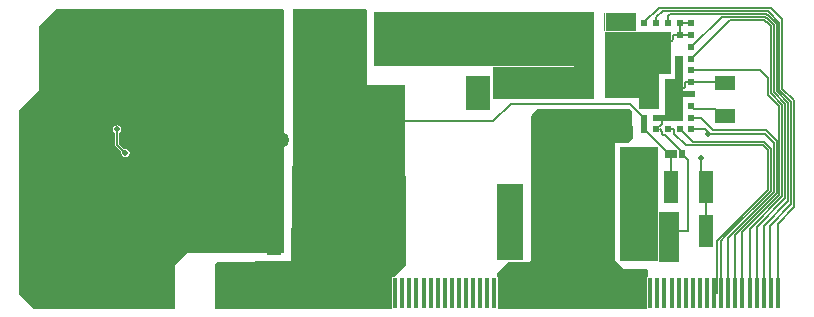
<source format=gbl>
G04 Layer_Physical_Order=2*
G04 Layer_Color=11436288*
%FSLAX24Y24*%
%MOIN*%
G70*
G01*
G75*
%ADD10R,0.0413X0.0276*%
%ADD11R,0.0205X0.0276*%
%ADD12R,0.0945X0.0945*%
%ADD13R,0.0787X0.1142*%
%ADD14R,0.0236X0.0236*%
%ADD15R,0.0236X0.0236*%
%ADD16R,0.0512X0.1063*%
%ADD17R,0.0157X0.0984*%
%ADD18R,0.0472X0.1063*%
%ADD19R,0.0709X0.0512*%
%ADD20C,0.0059*%
%ADD25R,0.1600X0.0800*%
%ADD26R,0.0650X0.2900*%
%ADD27R,0.2205X0.1417*%
%ADD28R,0.1043X0.0640*%
%ADD29R,0.0709X0.1309*%
%ADD30R,0.1122X0.2185*%
%ADD31R,0.0010X0.0630*%
%ADD32R,0.0236X0.0630*%
%ADD33R,0.1024X0.0236*%
%ADD34R,0.0630X0.1417*%
%ADD35R,0.0256X0.0837*%
%ADD36R,0.0659X0.0236*%
%ADD40C,0.0197*%
%ADD41C,0.0500*%
%ADD42R,0.3374X0.1113*%
%ADD43R,0.7321X0.1787*%
%ADD44R,0.1260X0.3839*%
%ADD45R,0.0709X0.1654*%
%ADD46R,0.0866X0.2559*%
G36*
X27263Y20132D02*
X27254Y19557D01*
Y18179D01*
Y17628D01*
X28484Y17618D01*
X28533D01*
X28543Y11604D01*
X28151Y11212D01*
X28077D01*
Y10167D01*
X22185D01*
Y11644D01*
X22274Y11732D01*
X24724Y11742D01*
Y11831D01*
X24793Y15945D01*
X24803Y20167D01*
X27228D01*
X27263Y20132D01*
D02*
G37*
G36*
X24488Y20118D02*
Y12024D01*
X24449Y12008D01*
X21260D01*
X20866Y11614D01*
Y10157D01*
X16142D01*
X15669Y10630D01*
Y16772D01*
X16339Y17441D01*
Y19606D01*
X16890Y20157D01*
X24449D01*
X24488Y20118D01*
D02*
G37*
G36*
X36010Y16817D02*
X36010D01*
X36083Y16744D01*
X36095Y16720D01*
X36103Y16694D01*
X36107Y15853D01*
X36088Y15811D01*
Y15811D01*
X35996Y15719D01*
X35972Y15707D01*
X35946Y15698D01*
X35542D01*
X35532Y15688D01*
Y11773D01*
X35828Y11477D01*
X36568Y11481D01*
X36610Y11462D01*
X36614Y11459D01*
X36626Y11435D01*
X36635Y11409D01*
X36635Y11248D01*
X36600Y11212D01*
X36581D01*
Y10201D01*
X36547Y10167D01*
X36523Y10155D01*
X36497Y10147D01*
X31668Y10143D01*
X31620Y10187D01*
Y11212D01*
X31580D01*
X31580Y11322D01*
X31599Y11364D01*
Y11364D01*
X31953Y11719D01*
X31953D01*
X31999Y11729D01*
X32441D01*
X32451Y11733D01*
X32676D01*
X32735Y11792D01*
X32731Y16598D01*
X32750Y16640D01*
Y16640D01*
X32921Y16811D01*
X32945Y16823D01*
X32971Y16832D01*
X35968Y16836D01*
X36010Y16817D01*
D02*
G37*
%LPC*%
G36*
X18927Y16282D02*
X18873Y16272D01*
X18828Y16241D01*
X18797Y16195D01*
X18787Y16142D01*
X18797Y16088D01*
X18828Y16042D01*
X18857Y16023D01*
Y15630D01*
X18862Y15603D01*
X18877Y15580D01*
X19069Y15389D01*
X19062Y15354D01*
X19073Y15301D01*
X19103Y15255D01*
X19149Y15225D01*
X19203Y15214D01*
X19257Y15225D01*
X19302Y15255D01*
X19333Y15301D01*
X19343Y15354D01*
X19333Y15408D01*
X19302Y15454D01*
X19257Y15484D01*
X19203Y15495D01*
X19168Y15488D01*
X18997Y15659D01*
Y16023D01*
X19027Y16042D01*
X19057Y16088D01*
X19068Y16142D01*
X19057Y16195D01*
X19027Y16241D01*
X18981Y16272D01*
X18927Y16282D01*
D02*
G37*
%LPD*%
D10*
X37382Y15325D02*
D03*
D11*
X37742D02*
D03*
D12*
X27953Y18898D02*
D03*
Y15906D02*
D03*
D13*
X30945Y17362D02*
D03*
D14*
X38071Y19685D02*
D03*
D15*
X37677D02*
D03*
X37283D02*
D03*
X36890D02*
D03*
X36496D02*
D03*
X36102D02*
D03*
X35709D02*
D03*
X35315D02*
D03*
X34528D02*
D03*
X38071Y19291D02*
D03*
X37677D02*
D03*
X37283D02*
D03*
X36890D02*
D03*
X36496D02*
D03*
X36102D02*
D03*
X35709D02*
D03*
X35315D02*
D03*
X34528D02*
D03*
X38071Y18898D02*
D03*
X37283D02*
D03*
X36890D02*
D03*
X36496D02*
D03*
X36102D02*
D03*
X35709D02*
D03*
X35315D02*
D03*
X34528D02*
D03*
X38071Y18504D02*
D03*
X37677D02*
D03*
X37283D02*
D03*
X36890D02*
D03*
X36496D02*
D03*
X36102D02*
D03*
X35709D02*
D03*
X35315D02*
D03*
X34528D02*
D03*
X38071Y18110D02*
D03*
X37677D02*
D03*
X37283D02*
D03*
X36890D02*
D03*
X36496D02*
D03*
X36102D02*
D03*
X35709D02*
D03*
X35315D02*
D03*
X34528D02*
D03*
X38071Y17717D02*
D03*
X37677D02*
D03*
X37283D02*
D03*
X36890D02*
D03*
X36496D02*
D03*
X36102D02*
D03*
X35709D02*
D03*
X35315D02*
D03*
X34528D02*
D03*
X38071Y17323D02*
D03*
X37677D02*
D03*
X37283D02*
D03*
X36890D02*
D03*
X36496D02*
D03*
X36102D02*
D03*
X35709D02*
D03*
X35315D02*
D03*
X34528D02*
D03*
X38071Y16929D02*
D03*
X37677D02*
D03*
X37283D02*
D03*
X36890D02*
D03*
X36496D02*
D03*
X38071Y16535D02*
D03*
X37677D02*
D03*
X37283D02*
D03*
X36890D02*
D03*
X36496D02*
D03*
X35709D02*
D03*
X35315D02*
D03*
X34921D02*
D03*
X34528D02*
D03*
X38071Y16142D02*
D03*
X37677D02*
D03*
X37283D02*
D03*
X36890D02*
D03*
X36496D02*
D03*
X35709D02*
D03*
X35315D02*
D03*
X34921D02*
D03*
X34528D02*
D03*
D16*
X34921Y15010D02*
D03*
X36024D02*
D03*
X36033Y13652D02*
D03*
X34931D02*
D03*
Y12313D02*
D03*
X36033D02*
D03*
X33287Y13750D02*
D03*
X32185D02*
D03*
X33258Y12362D02*
D03*
X32156D02*
D03*
X24232Y19232D02*
D03*
X25335D02*
D03*
X24203Y17884D02*
D03*
X25305D02*
D03*
X24193Y16545D02*
D03*
X25295D02*
D03*
X24183Y15236D02*
D03*
X25285D02*
D03*
X24173Y13858D02*
D03*
X25276D02*
D03*
X24163Y12480D02*
D03*
X25266D02*
D03*
D17*
X23264Y10681D02*
D03*
X23028D02*
D03*
X22792D02*
D03*
X22556D02*
D03*
X22319D02*
D03*
X24445D02*
D03*
X24209D02*
D03*
X23973D02*
D03*
X23737D02*
D03*
X23500D02*
D03*
X25626D02*
D03*
X25390D02*
D03*
X25154D02*
D03*
X24918D02*
D03*
X24681D02*
D03*
X40006D02*
D03*
X40243D02*
D03*
X40479D02*
D03*
X40715D02*
D03*
X40951D02*
D03*
X38825D02*
D03*
X39061D02*
D03*
X39298D02*
D03*
X39534D02*
D03*
X39770D02*
D03*
X37644D02*
D03*
X37880D02*
D03*
X38117D02*
D03*
X38353D02*
D03*
X38589D02*
D03*
X36463D02*
D03*
X36699D02*
D03*
X36935D02*
D03*
X37172D02*
D03*
X37408D02*
D03*
X35282D02*
D03*
X35518D02*
D03*
X35754D02*
D03*
X35991D02*
D03*
X36227D02*
D03*
X34101D02*
D03*
X34337D02*
D03*
X34573D02*
D03*
X34809D02*
D03*
X35046D02*
D03*
X32920D02*
D03*
X33156D02*
D03*
X33392D02*
D03*
X33628D02*
D03*
X33865D02*
D03*
X31739D02*
D03*
X31975D02*
D03*
X32211D02*
D03*
X32447D02*
D03*
X32683D02*
D03*
X30557D02*
D03*
X30794D02*
D03*
X31030D02*
D03*
X31266D02*
D03*
X31502D02*
D03*
X29376D02*
D03*
X29613D02*
D03*
X29849D02*
D03*
X30085D02*
D03*
X30321D02*
D03*
X28195D02*
D03*
X28431D02*
D03*
X28668D02*
D03*
X28904D02*
D03*
X29140D02*
D03*
X27014D02*
D03*
X27250D02*
D03*
X27487D02*
D03*
X27723D02*
D03*
X27959D02*
D03*
X25833D02*
D03*
X26069D02*
D03*
X26306D02*
D03*
X26542D02*
D03*
X26778D02*
D03*
X19790Y10651D02*
D03*
X20026D02*
D03*
X20262D02*
D03*
X20498D02*
D03*
X20735D02*
D03*
X18609D02*
D03*
X18845D02*
D03*
X19081D02*
D03*
X19317D02*
D03*
X19554D02*
D03*
X17428D02*
D03*
X17664D02*
D03*
X17900D02*
D03*
X18136D02*
D03*
X18372D02*
D03*
X17191D02*
D03*
X16955D02*
D03*
X16719D02*
D03*
X16483D02*
D03*
X16246D02*
D03*
D18*
X37402Y14213D02*
D03*
X38543D02*
D03*
X38553Y12756D02*
D03*
X37411D02*
D03*
D19*
X39203Y17687D02*
D03*
Y16585D02*
D03*
D20*
X38914Y12435D02*
X40610Y14131D01*
X38914Y10681D02*
Y12435D01*
X38825Y10681D02*
X38914D01*
X40610Y14131D02*
Y15451D01*
X40451Y15610D02*
X40610Y15451D01*
X37875Y15610D02*
X40451D01*
X40709Y14090D02*
Y15492D01*
X40807Y14049D02*
Y15707D01*
X40906Y14009D02*
Y15748D01*
X41004Y13968D02*
Y16909D01*
X41102Y13927D02*
Y16950D01*
X41201Y13858D02*
Y16991D01*
X41299Y13750D02*
Y17032D01*
X41398Y13642D02*
Y17072D01*
X41496Y13551D02*
Y17113D01*
X39199Y12581D02*
X40709Y14090D01*
X40492Y15709D02*
X40709Y15492D01*
X39298Y12540D02*
X40807Y14049D01*
X40530Y15984D02*
X40807Y15707D01*
X40541Y16112D02*
X40906Y15748D01*
X39534Y12637D02*
X40906Y14009D01*
X39770Y12734D02*
X41004Y13968D01*
X40610Y17303D02*
X41004Y16909D01*
X40006Y12831D02*
X41102Y13927D01*
X40709Y17344D02*
X41102Y16950D01*
X40243Y12900D02*
X41201Y13858D01*
X40807Y17385D02*
X41201Y16991D01*
X40479Y12930D02*
X41299Y13750D01*
X40906Y17425D02*
X41299Y17032D01*
X40695Y12939D02*
X41398Y13642D01*
X41004Y17466D02*
X41398Y17072D01*
X40951Y13007D02*
X41496Y13551D01*
X41102Y17507D02*
X41496Y17113D01*
X39061Y10681D02*
Y12437D01*
X39199Y12575D01*
Y12581D01*
X39298Y10681D02*
Y12540D01*
X38632Y15984D02*
X40530D01*
X37087Y16339D02*
Y16486D01*
X36890Y16142D02*
X37087Y16339D01*
X38376Y14380D02*
X38543Y14213D01*
X38376Y14380D02*
Y15197D01*
X38632Y15984D02*
Y16043D01*
X38533Y16142D02*
X38632Y16043D01*
X38799Y16112D02*
X40541D01*
X38376Y16535D02*
X38799Y16112D01*
X38071Y16535D02*
X38376D01*
X38071Y16142D02*
X38533D01*
X37490Y15995D02*
X37875Y15610D01*
X37490Y15995D02*
Y16142D01*
X37283D02*
X37490D01*
X37677D02*
X38110Y15709D01*
X40492D01*
X39534Y10681D02*
Y12637D01*
X39770Y10681D02*
Y12734D01*
X40610Y17303D02*
Y17860D01*
X40360Y18110D02*
X40610Y17860D01*
X38071Y18110D02*
X40360D01*
X38071Y16929D02*
X38169Y16831D01*
X38848D01*
X39114Y16565D01*
X38789Y17717D02*
X39262D01*
X18927Y15630D02*
X19203Y15354D01*
X18927Y15630D02*
Y16142D01*
X37244Y19094D02*
X37254Y19104D01*
X37430D01*
X37470Y19145D01*
Y19291D01*
X37677D01*
Y19685D01*
Y19291D02*
X38071D01*
X37677Y19685D02*
X38071D01*
X37490Y17570D02*
X37531Y17530D01*
X37824D01*
X37864Y17570D01*
Y17717D01*
X38071D01*
X38789D02*
X38789Y17717D01*
X38071Y17717D02*
X38789D01*
X37137Y15955D02*
X37194D01*
X37096Y15995D02*
X37137Y15955D01*
X37096Y15995D02*
Y16052D01*
X37007Y16142D02*
X37096Y16052D01*
X37194Y15955D02*
X37742Y15406D01*
X37402Y14213D02*
Y15305D01*
X37411Y12756D02*
X37943D01*
X37953Y12766D01*
Y15114D01*
X37742Y15325D02*
X37953Y15114D01*
X37742Y15325D02*
Y15406D01*
X36496Y16142D02*
X37313Y15325D01*
X37382D01*
X28169Y16398D02*
X28189Y16417D01*
X31467D01*
X32047Y16998D01*
X36015D01*
X36477Y16535D01*
X36496D01*
X40243Y10681D02*
Y12900D01*
X40479Y10681D02*
Y12930D01*
X40006Y10681D02*
Y12831D01*
X40709Y17344D02*
Y19584D01*
X40573Y19719D02*
X40709Y19584D01*
X40566Y19719D02*
X40573D01*
X40484Y19802D02*
X40566Y19719D01*
X39369Y19802D02*
X40484D01*
X38071Y18504D02*
X39369Y19802D01*
X40807Y17385D02*
Y19625D01*
X40906Y17425D02*
Y19665D01*
X41004Y17466D02*
Y19706D01*
X41102Y17507D02*
Y19833D01*
X40614Y19818D02*
X40807Y19625D01*
X40655Y19916D02*
X40906Y19665D01*
X40695Y20015D02*
X41004Y19706D01*
X40761Y20174D02*
X41102Y19833D01*
X40607Y19818D02*
X40614D01*
X40648Y19916D02*
X40655D01*
X40689Y20015D02*
X40695D01*
X40525Y19900D02*
X40607Y19818D01*
X40566Y19998D02*
X40648Y19916D01*
X40606Y20097D02*
X40689Y20015D01*
X39073Y19900D02*
X40525D01*
X37351Y19998D02*
X40566D01*
X37107Y20097D02*
X40606D01*
X38071Y18898D02*
X39073Y19900D01*
X40695Y10700D02*
Y12939D01*
X37283Y19931D02*
X37351Y19998D01*
X37283Y19685D02*
Y19931D01*
X36890Y19879D02*
X37107Y20097D01*
X40695Y10700D02*
X40715Y10681D01*
X40951D02*
Y13007D01*
X36981Y20195D02*
X40733D01*
X40754Y20174D01*
X40761D01*
X36496Y19711D02*
X36981Y20195D01*
X36890Y19685D02*
Y19879D01*
X36496Y19685D02*
Y19711D01*
X38553Y12756D02*
Y14203D01*
X38543Y14213D02*
X38553Y14203D01*
D25*
X35071Y16285D02*
D03*
D26*
X34496Y18585D02*
D03*
D27*
X36299Y18701D02*
D03*
D28*
X35728Y19719D02*
D03*
D29*
X36654Y17466D02*
D03*
D30*
X35758Y18297D02*
D03*
D31*
X35202Y19724D02*
D03*
D32*
X36496Y16339D02*
D03*
D33*
X37283Y16535D02*
D03*
D34*
X37480Y17126D02*
D03*
D35*
X37667Y18204D02*
D03*
D36*
X37859Y17323D02*
D03*
D40*
X21063Y18701D02*
D03*
X37087Y19094D02*
D03*
X35512Y18661D02*
D03*
Y18268D02*
D03*
Y17795D02*
D03*
X21850Y17874D02*
D03*
X21063D02*
D03*
X21850Y18661D02*
D03*
X38376Y15197D02*
D03*
X38632Y15984D02*
D03*
X19203Y15354D02*
D03*
X18927Y16142D02*
D03*
D41*
X21142Y14449D02*
D03*
X21102Y13150D02*
D03*
X36732Y12992D02*
D03*
X36693Y14331D02*
D03*
X32126Y12992D02*
D03*
X24409Y15787D02*
D03*
D42*
X33134Y17692D02*
D03*
D43*
X31160Y19142D02*
D03*
D44*
X36329Y13652D02*
D03*
D45*
X37313Y12559D02*
D03*
D46*
X32008Y13051D02*
D03*
M02*

</source>
